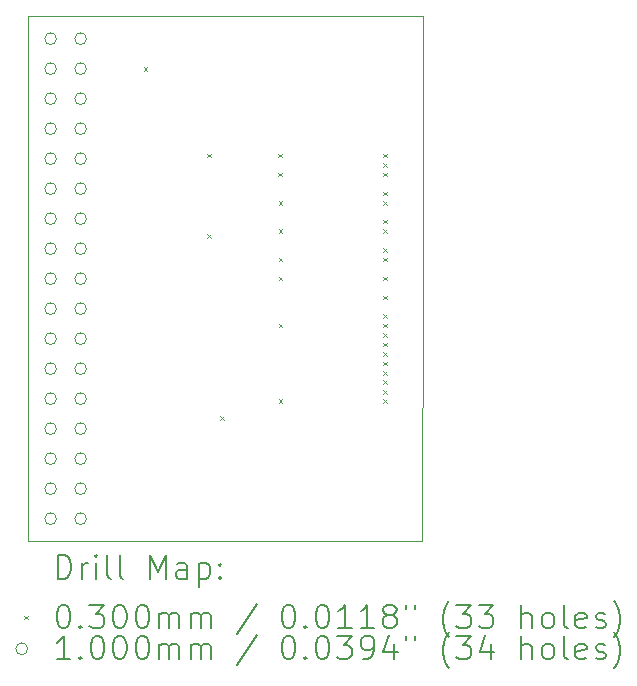
<source format=gbr>
%FSLAX45Y45*%
G04 Gerber Fmt 4.5, Leading zero omitted, Abs format (unit mm)*
G04 Created by KiCad (PCBNEW 6.0.1) date 2022-02-15 02:13:21*
%MOMM*%
%LPD*%
G01*
G04 APERTURE LIST*
%TA.AperFunction,Profile*%
%ADD10C,0.100000*%
%TD*%
%ADD11C,0.200000*%
%ADD12C,0.030000*%
%ADD13C,0.100000*%
G04 APERTURE END LIST*
D10*
X12010000Y-9679000D02*
X12010000Y-5266000D01*
X12010000Y-9708000D02*
X12010000Y-9679000D01*
X12065000Y-9708000D02*
X12010000Y-9708000D01*
X15347000Y-9711000D02*
X12065000Y-9708000D01*
X15347000Y-9637000D02*
X15347000Y-9711000D01*
X15350000Y-7525000D02*
X15347000Y-9637000D01*
X15349000Y-5937000D02*
X15350000Y-7525000D01*
X15349000Y-5577000D02*
X15349000Y-5937000D01*
X15349000Y-5266000D02*
X15349000Y-5577000D01*
X12132000Y-5266000D02*
X15349000Y-5266000D01*
X12010000Y-5266000D02*
X12132000Y-5266000D01*
D11*
D12*
X12989000Y-5694000D02*
X13019000Y-5724000D01*
X13019000Y-5694000D02*
X12989000Y-5724000D01*
X13527000Y-6429000D02*
X13557000Y-6459000D01*
X13557000Y-6429000D02*
X13527000Y-6459000D01*
X13527000Y-7108000D02*
X13557000Y-7138000D01*
X13557000Y-7108000D02*
X13527000Y-7138000D01*
X13638000Y-8651000D02*
X13668000Y-8681000D01*
X13668000Y-8651000D02*
X13638000Y-8681000D01*
X14129500Y-6429000D02*
X14159500Y-6459000D01*
X14159500Y-6429000D02*
X14129500Y-6459000D01*
X14129500Y-6588000D02*
X14159500Y-6618000D01*
X14159500Y-6588000D02*
X14129500Y-6618000D01*
X14130500Y-6829000D02*
X14160500Y-6859000D01*
X14160500Y-6829000D02*
X14130500Y-6859000D01*
X14130500Y-7309000D02*
X14160500Y-7339000D01*
X14160500Y-7309000D02*
X14130500Y-7339000D01*
X14130500Y-7869000D02*
X14160500Y-7899000D01*
X14160500Y-7869000D02*
X14130500Y-7899000D01*
X14131500Y-7069000D02*
X14161500Y-7099000D01*
X14161500Y-7069000D02*
X14131500Y-7099000D01*
X14131500Y-7469000D02*
X14161500Y-7499000D01*
X14161500Y-7469000D02*
X14131500Y-7499000D01*
X14131500Y-8509000D02*
X14161500Y-8539000D01*
X14161500Y-8509000D02*
X14131500Y-8539000D01*
X15015500Y-7789000D02*
X15045500Y-7819000D01*
X15045500Y-7789000D02*
X15015500Y-7819000D01*
X15016500Y-6429000D02*
X15046500Y-6459000D01*
X15046500Y-6429000D02*
X15016500Y-6459000D01*
X15016500Y-6589000D02*
X15046500Y-6619000D01*
X15046500Y-6589000D02*
X15016500Y-6619000D01*
X15016500Y-6829000D02*
X15046500Y-6859000D01*
X15046500Y-6829000D02*
X15016500Y-6859000D01*
X15016500Y-6989000D02*
X15046500Y-7019000D01*
X15046500Y-6989000D02*
X15016500Y-7019000D01*
X15016500Y-7069000D02*
X15046500Y-7099000D01*
X15046500Y-7069000D02*
X15016500Y-7099000D01*
X15016500Y-7229000D02*
X15046500Y-7259000D01*
X15046500Y-7229000D02*
X15016500Y-7259000D01*
X15016500Y-7309000D02*
X15046500Y-7339000D01*
X15046500Y-7309000D02*
X15016500Y-7339000D01*
X15016500Y-7469000D02*
X15046500Y-7499000D01*
X15046500Y-7469000D02*
X15016500Y-7499000D01*
X15016500Y-7629000D02*
X15046500Y-7659000D01*
X15046500Y-7629000D02*
X15016500Y-7659000D01*
X15016500Y-7869000D02*
X15046500Y-7899000D01*
X15046500Y-7869000D02*
X15016500Y-7899000D01*
X15016500Y-7949000D02*
X15046500Y-7979000D01*
X15046500Y-7949000D02*
X15016500Y-7979000D01*
X15016500Y-8029000D02*
X15046500Y-8059000D01*
X15046500Y-8029000D02*
X15016500Y-8059000D01*
X15016500Y-8109000D02*
X15046500Y-8139000D01*
X15046500Y-8109000D02*
X15016500Y-8139000D01*
X15016500Y-8189000D02*
X15046500Y-8219000D01*
X15046500Y-8189000D02*
X15016500Y-8219000D01*
X15016500Y-8269000D02*
X15046500Y-8299000D01*
X15046500Y-8269000D02*
X15016500Y-8299000D01*
X15016500Y-8348000D02*
X15046500Y-8378000D01*
X15046500Y-8348000D02*
X15016500Y-8378000D01*
X15016500Y-8429000D02*
X15046500Y-8459000D01*
X15046500Y-8429000D02*
X15016500Y-8459000D01*
X15016500Y-8509000D02*
X15046500Y-8539000D01*
X15046500Y-8509000D02*
X15016500Y-8539000D01*
X15017500Y-6509000D02*
X15047500Y-6539000D01*
X15047500Y-6509000D02*
X15017500Y-6539000D01*
X15017500Y-6749000D02*
X15047500Y-6779000D01*
X15047500Y-6749000D02*
X15017500Y-6779000D01*
D13*
X12250000Y-5455000D02*
G75*
G03*
X12250000Y-5455000I-50000J0D01*
G01*
X12250000Y-5709000D02*
G75*
G03*
X12250000Y-5709000I-50000J0D01*
G01*
X12250000Y-5963000D02*
G75*
G03*
X12250000Y-5963000I-50000J0D01*
G01*
X12250000Y-6217000D02*
G75*
G03*
X12250000Y-6217000I-50000J0D01*
G01*
X12250000Y-6471000D02*
G75*
G03*
X12250000Y-6471000I-50000J0D01*
G01*
X12250000Y-6725000D02*
G75*
G03*
X12250000Y-6725000I-50000J0D01*
G01*
X12250000Y-6979000D02*
G75*
G03*
X12250000Y-6979000I-50000J0D01*
G01*
X12250000Y-7233000D02*
G75*
G03*
X12250000Y-7233000I-50000J0D01*
G01*
X12250000Y-7487000D02*
G75*
G03*
X12250000Y-7487000I-50000J0D01*
G01*
X12250000Y-7741000D02*
G75*
G03*
X12250000Y-7741000I-50000J0D01*
G01*
X12250000Y-7995000D02*
G75*
G03*
X12250000Y-7995000I-50000J0D01*
G01*
X12250000Y-8249000D02*
G75*
G03*
X12250000Y-8249000I-50000J0D01*
G01*
X12250000Y-8503000D02*
G75*
G03*
X12250000Y-8503000I-50000J0D01*
G01*
X12250000Y-8757000D02*
G75*
G03*
X12250000Y-8757000I-50000J0D01*
G01*
X12250000Y-9011000D02*
G75*
G03*
X12250000Y-9011000I-50000J0D01*
G01*
X12250000Y-9265000D02*
G75*
G03*
X12250000Y-9265000I-50000J0D01*
G01*
X12250000Y-9519000D02*
G75*
G03*
X12250000Y-9519000I-50000J0D01*
G01*
X12504000Y-5455000D02*
G75*
G03*
X12504000Y-5455000I-50000J0D01*
G01*
X12504000Y-5709000D02*
G75*
G03*
X12504000Y-5709000I-50000J0D01*
G01*
X12504000Y-5963000D02*
G75*
G03*
X12504000Y-5963000I-50000J0D01*
G01*
X12504000Y-6217000D02*
G75*
G03*
X12504000Y-6217000I-50000J0D01*
G01*
X12504000Y-6471000D02*
G75*
G03*
X12504000Y-6471000I-50000J0D01*
G01*
X12504000Y-6725000D02*
G75*
G03*
X12504000Y-6725000I-50000J0D01*
G01*
X12504000Y-6979000D02*
G75*
G03*
X12504000Y-6979000I-50000J0D01*
G01*
X12504000Y-7233000D02*
G75*
G03*
X12504000Y-7233000I-50000J0D01*
G01*
X12504000Y-7487000D02*
G75*
G03*
X12504000Y-7487000I-50000J0D01*
G01*
X12504000Y-7741000D02*
G75*
G03*
X12504000Y-7741000I-50000J0D01*
G01*
X12504000Y-7995000D02*
G75*
G03*
X12504000Y-7995000I-50000J0D01*
G01*
X12504000Y-8249000D02*
G75*
G03*
X12504000Y-8249000I-50000J0D01*
G01*
X12504000Y-8503000D02*
G75*
G03*
X12504000Y-8503000I-50000J0D01*
G01*
X12504000Y-8757000D02*
G75*
G03*
X12504000Y-8757000I-50000J0D01*
G01*
X12504000Y-9011000D02*
G75*
G03*
X12504000Y-9011000I-50000J0D01*
G01*
X12504000Y-9265000D02*
G75*
G03*
X12504000Y-9265000I-50000J0D01*
G01*
X12504000Y-9519000D02*
G75*
G03*
X12504000Y-9519000I-50000J0D01*
G01*
D11*
X12262619Y-10026476D02*
X12262619Y-9826476D01*
X12310238Y-9826476D01*
X12338809Y-9836000D01*
X12357857Y-9855048D01*
X12367381Y-9874095D01*
X12376905Y-9912190D01*
X12376905Y-9940762D01*
X12367381Y-9978857D01*
X12357857Y-9997905D01*
X12338809Y-10016952D01*
X12310238Y-10026476D01*
X12262619Y-10026476D01*
X12462619Y-10026476D02*
X12462619Y-9893143D01*
X12462619Y-9931238D02*
X12472143Y-9912190D01*
X12481667Y-9902667D01*
X12500714Y-9893143D01*
X12519762Y-9893143D01*
X12586428Y-10026476D02*
X12586428Y-9893143D01*
X12586428Y-9826476D02*
X12576905Y-9836000D01*
X12586428Y-9845524D01*
X12595952Y-9836000D01*
X12586428Y-9826476D01*
X12586428Y-9845524D01*
X12710238Y-10026476D02*
X12691190Y-10016952D01*
X12681667Y-9997905D01*
X12681667Y-9826476D01*
X12815000Y-10026476D02*
X12795952Y-10016952D01*
X12786428Y-9997905D01*
X12786428Y-9826476D01*
X13043571Y-10026476D02*
X13043571Y-9826476D01*
X13110238Y-9969333D01*
X13176905Y-9826476D01*
X13176905Y-10026476D01*
X13357857Y-10026476D02*
X13357857Y-9921714D01*
X13348333Y-9902667D01*
X13329286Y-9893143D01*
X13291190Y-9893143D01*
X13272143Y-9902667D01*
X13357857Y-10016952D02*
X13338809Y-10026476D01*
X13291190Y-10026476D01*
X13272143Y-10016952D01*
X13262619Y-9997905D01*
X13262619Y-9978857D01*
X13272143Y-9959810D01*
X13291190Y-9950286D01*
X13338809Y-9950286D01*
X13357857Y-9940762D01*
X13453095Y-9893143D02*
X13453095Y-10093143D01*
X13453095Y-9902667D02*
X13472143Y-9893143D01*
X13510238Y-9893143D01*
X13529286Y-9902667D01*
X13538809Y-9912190D01*
X13548333Y-9931238D01*
X13548333Y-9988381D01*
X13538809Y-10007429D01*
X13529286Y-10016952D01*
X13510238Y-10026476D01*
X13472143Y-10026476D01*
X13453095Y-10016952D01*
X13634048Y-10007429D02*
X13643571Y-10016952D01*
X13634048Y-10026476D01*
X13624524Y-10016952D01*
X13634048Y-10007429D01*
X13634048Y-10026476D01*
X13634048Y-9902667D02*
X13643571Y-9912190D01*
X13634048Y-9921714D01*
X13624524Y-9912190D01*
X13634048Y-9902667D01*
X13634048Y-9921714D01*
D12*
X11975000Y-10341000D02*
X12005000Y-10371000D01*
X12005000Y-10341000D02*
X11975000Y-10371000D01*
D11*
X12300714Y-10246476D02*
X12319762Y-10246476D01*
X12338809Y-10256000D01*
X12348333Y-10265524D01*
X12357857Y-10284571D01*
X12367381Y-10322667D01*
X12367381Y-10370286D01*
X12357857Y-10408381D01*
X12348333Y-10427429D01*
X12338809Y-10436952D01*
X12319762Y-10446476D01*
X12300714Y-10446476D01*
X12281667Y-10436952D01*
X12272143Y-10427429D01*
X12262619Y-10408381D01*
X12253095Y-10370286D01*
X12253095Y-10322667D01*
X12262619Y-10284571D01*
X12272143Y-10265524D01*
X12281667Y-10256000D01*
X12300714Y-10246476D01*
X12453095Y-10427429D02*
X12462619Y-10436952D01*
X12453095Y-10446476D01*
X12443571Y-10436952D01*
X12453095Y-10427429D01*
X12453095Y-10446476D01*
X12529286Y-10246476D02*
X12653095Y-10246476D01*
X12586428Y-10322667D01*
X12615000Y-10322667D01*
X12634048Y-10332190D01*
X12643571Y-10341714D01*
X12653095Y-10360762D01*
X12653095Y-10408381D01*
X12643571Y-10427429D01*
X12634048Y-10436952D01*
X12615000Y-10446476D01*
X12557857Y-10446476D01*
X12538809Y-10436952D01*
X12529286Y-10427429D01*
X12776905Y-10246476D02*
X12795952Y-10246476D01*
X12815000Y-10256000D01*
X12824524Y-10265524D01*
X12834048Y-10284571D01*
X12843571Y-10322667D01*
X12843571Y-10370286D01*
X12834048Y-10408381D01*
X12824524Y-10427429D01*
X12815000Y-10436952D01*
X12795952Y-10446476D01*
X12776905Y-10446476D01*
X12757857Y-10436952D01*
X12748333Y-10427429D01*
X12738809Y-10408381D01*
X12729286Y-10370286D01*
X12729286Y-10322667D01*
X12738809Y-10284571D01*
X12748333Y-10265524D01*
X12757857Y-10256000D01*
X12776905Y-10246476D01*
X12967381Y-10246476D02*
X12986428Y-10246476D01*
X13005476Y-10256000D01*
X13015000Y-10265524D01*
X13024524Y-10284571D01*
X13034048Y-10322667D01*
X13034048Y-10370286D01*
X13024524Y-10408381D01*
X13015000Y-10427429D01*
X13005476Y-10436952D01*
X12986428Y-10446476D01*
X12967381Y-10446476D01*
X12948333Y-10436952D01*
X12938809Y-10427429D01*
X12929286Y-10408381D01*
X12919762Y-10370286D01*
X12919762Y-10322667D01*
X12929286Y-10284571D01*
X12938809Y-10265524D01*
X12948333Y-10256000D01*
X12967381Y-10246476D01*
X13119762Y-10446476D02*
X13119762Y-10313143D01*
X13119762Y-10332190D02*
X13129286Y-10322667D01*
X13148333Y-10313143D01*
X13176905Y-10313143D01*
X13195952Y-10322667D01*
X13205476Y-10341714D01*
X13205476Y-10446476D01*
X13205476Y-10341714D02*
X13215000Y-10322667D01*
X13234048Y-10313143D01*
X13262619Y-10313143D01*
X13281667Y-10322667D01*
X13291190Y-10341714D01*
X13291190Y-10446476D01*
X13386428Y-10446476D02*
X13386428Y-10313143D01*
X13386428Y-10332190D02*
X13395952Y-10322667D01*
X13415000Y-10313143D01*
X13443571Y-10313143D01*
X13462619Y-10322667D01*
X13472143Y-10341714D01*
X13472143Y-10446476D01*
X13472143Y-10341714D02*
X13481667Y-10322667D01*
X13500714Y-10313143D01*
X13529286Y-10313143D01*
X13548333Y-10322667D01*
X13557857Y-10341714D01*
X13557857Y-10446476D01*
X13948333Y-10236952D02*
X13776905Y-10494095D01*
X14205476Y-10246476D02*
X14224524Y-10246476D01*
X14243571Y-10256000D01*
X14253095Y-10265524D01*
X14262619Y-10284571D01*
X14272143Y-10322667D01*
X14272143Y-10370286D01*
X14262619Y-10408381D01*
X14253095Y-10427429D01*
X14243571Y-10436952D01*
X14224524Y-10446476D01*
X14205476Y-10446476D01*
X14186428Y-10436952D01*
X14176905Y-10427429D01*
X14167381Y-10408381D01*
X14157857Y-10370286D01*
X14157857Y-10322667D01*
X14167381Y-10284571D01*
X14176905Y-10265524D01*
X14186428Y-10256000D01*
X14205476Y-10246476D01*
X14357857Y-10427429D02*
X14367381Y-10436952D01*
X14357857Y-10446476D01*
X14348333Y-10436952D01*
X14357857Y-10427429D01*
X14357857Y-10446476D01*
X14491190Y-10246476D02*
X14510238Y-10246476D01*
X14529286Y-10256000D01*
X14538809Y-10265524D01*
X14548333Y-10284571D01*
X14557857Y-10322667D01*
X14557857Y-10370286D01*
X14548333Y-10408381D01*
X14538809Y-10427429D01*
X14529286Y-10436952D01*
X14510238Y-10446476D01*
X14491190Y-10446476D01*
X14472143Y-10436952D01*
X14462619Y-10427429D01*
X14453095Y-10408381D01*
X14443571Y-10370286D01*
X14443571Y-10322667D01*
X14453095Y-10284571D01*
X14462619Y-10265524D01*
X14472143Y-10256000D01*
X14491190Y-10246476D01*
X14748333Y-10446476D02*
X14634048Y-10446476D01*
X14691190Y-10446476D02*
X14691190Y-10246476D01*
X14672143Y-10275048D01*
X14653095Y-10294095D01*
X14634048Y-10303619D01*
X14938809Y-10446476D02*
X14824524Y-10446476D01*
X14881667Y-10446476D02*
X14881667Y-10246476D01*
X14862619Y-10275048D01*
X14843571Y-10294095D01*
X14824524Y-10303619D01*
X15053095Y-10332190D02*
X15034048Y-10322667D01*
X15024524Y-10313143D01*
X15015000Y-10294095D01*
X15015000Y-10284571D01*
X15024524Y-10265524D01*
X15034048Y-10256000D01*
X15053095Y-10246476D01*
X15091190Y-10246476D01*
X15110238Y-10256000D01*
X15119762Y-10265524D01*
X15129286Y-10284571D01*
X15129286Y-10294095D01*
X15119762Y-10313143D01*
X15110238Y-10322667D01*
X15091190Y-10332190D01*
X15053095Y-10332190D01*
X15034048Y-10341714D01*
X15024524Y-10351238D01*
X15015000Y-10370286D01*
X15015000Y-10408381D01*
X15024524Y-10427429D01*
X15034048Y-10436952D01*
X15053095Y-10446476D01*
X15091190Y-10446476D01*
X15110238Y-10436952D01*
X15119762Y-10427429D01*
X15129286Y-10408381D01*
X15129286Y-10370286D01*
X15119762Y-10351238D01*
X15110238Y-10341714D01*
X15091190Y-10332190D01*
X15205476Y-10246476D02*
X15205476Y-10284571D01*
X15281667Y-10246476D02*
X15281667Y-10284571D01*
X15576905Y-10522667D02*
X15567381Y-10513143D01*
X15548333Y-10484571D01*
X15538809Y-10465524D01*
X15529286Y-10436952D01*
X15519762Y-10389333D01*
X15519762Y-10351238D01*
X15529286Y-10303619D01*
X15538809Y-10275048D01*
X15548333Y-10256000D01*
X15567381Y-10227429D01*
X15576905Y-10217905D01*
X15634048Y-10246476D02*
X15757857Y-10246476D01*
X15691190Y-10322667D01*
X15719762Y-10322667D01*
X15738809Y-10332190D01*
X15748333Y-10341714D01*
X15757857Y-10360762D01*
X15757857Y-10408381D01*
X15748333Y-10427429D01*
X15738809Y-10436952D01*
X15719762Y-10446476D01*
X15662619Y-10446476D01*
X15643571Y-10436952D01*
X15634048Y-10427429D01*
X15824524Y-10246476D02*
X15948333Y-10246476D01*
X15881667Y-10322667D01*
X15910238Y-10322667D01*
X15929286Y-10332190D01*
X15938809Y-10341714D01*
X15948333Y-10360762D01*
X15948333Y-10408381D01*
X15938809Y-10427429D01*
X15929286Y-10436952D01*
X15910238Y-10446476D01*
X15853095Y-10446476D01*
X15834048Y-10436952D01*
X15824524Y-10427429D01*
X16186428Y-10446476D02*
X16186428Y-10246476D01*
X16272143Y-10446476D02*
X16272143Y-10341714D01*
X16262619Y-10322667D01*
X16243571Y-10313143D01*
X16215000Y-10313143D01*
X16195952Y-10322667D01*
X16186428Y-10332190D01*
X16395952Y-10446476D02*
X16376905Y-10436952D01*
X16367381Y-10427429D01*
X16357857Y-10408381D01*
X16357857Y-10351238D01*
X16367381Y-10332190D01*
X16376905Y-10322667D01*
X16395952Y-10313143D01*
X16424524Y-10313143D01*
X16443571Y-10322667D01*
X16453095Y-10332190D01*
X16462619Y-10351238D01*
X16462619Y-10408381D01*
X16453095Y-10427429D01*
X16443571Y-10436952D01*
X16424524Y-10446476D01*
X16395952Y-10446476D01*
X16576905Y-10446476D02*
X16557857Y-10436952D01*
X16548333Y-10417905D01*
X16548333Y-10246476D01*
X16729286Y-10436952D02*
X16710238Y-10446476D01*
X16672143Y-10446476D01*
X16653095Y-10436952D01*
X16643571Y-10417905D01*
X16643571Y-10341714D01*
X16653095Y-10322667D01*
X16672143Y-10313143D01*
X16710238Y-10313143D01*
X16729286Y-10322667D01*
X16738809Y-10341714D01*
X16738809Y-10360762D01*
X16643571Y-10379810D01*
X16815000Y-10436952D02*
X16834048Y-10446476D01*
X16872143Y-10446476D01*
X16891190Y-10436952D01*
X16900714Y-10417905D01*
X16900714Y-10408381D01*
X16891190Y-10389333D01*
X16872143Y-10379810D01*
X16843571Y-10379810D01*
X16824524Y-10370286D01*
X16815000Y-10351238D01*
X16815000Y-10341714D01*
X16824524Y-10322667D01*
X16843571Y-10313143D01*
X16872143Y-10313143D01*
X16891190Y-10322667D01*
X16967381Y-10522667D02*
X16976905Y-10513143D01*
X16995952Y-10484571D01*
X17005476Y-10465524D01*
X17015000Y-10436952D01*
X17024524Y-10389333D01*
X17024524Y-10351238D01*
X17015000Y-10303619D01*
X17005476Y-10275048D01*
X16995952Y-10256000D01*
X16976905Y-10227429D01*
X16967381Y-10217905D01*
D13*
X12005000Y-10620000D02*
G75*
G03*
X12005000Y-10620000I-50000J0D01*
G01*
D11*
X12367381Y-10710476D02*
X12253095Y-10710476D01*
X12310238Y-10710476D02*
X12310238Y-10510476D01*
X12291190Y-10539048D01*
X12272143Y-10558095D01*
X12253095Y-10567619D01*
X12453095Y-10691429D02*
X12462619Y-10700952D01*
X12453095Y-10710476D01*
X12443571Y-10700952D01*
X12453095Y-10691429D01*
X12453095Y-10710476D01*
X12586428Y-10510476D02*
X12605476Y-10510476D01*
X12624524Y-10520000D01*
X12634048Y-10529524D01*
X12643571Y-10548571D01*
X12653095Y-10586667D01*
X12653095Y-10634286D01*
X12643571Y-10672381D01*
X12634048Y-10691429D01*
X12624524Y-10700952D01*
X12605476Y-10710476D01*
X12586428Y-10710476D01*
X12567381Y-10700952D01*
X12557857Y-10691429D01*
X12548333Y-10672381D01*
X12538809Y-10634286D01*
X12538809Y-10586667D01*
X12548333Y-10548571D01*
X12557857Y-10529524D01*
X12567381Y-10520000D01*
X12586428Y-10510476D01*
X12776905Y-10510476D02*
X12795952Y-10510476D01*
X12815000Y-10520000D01*
X12824524Y-10529524D01*
X12834048Y-10548571D01*
X12843571Y-10586667D01*
X12843571Y-10634286D01*
X12834048Y-10672381D01*
X12824524Y-10691429D01*
X12815000Y-10700952D01*
X12795952Y-10710476D01*
X12776905Y-10710476D01*
X12757857Y-10700952D01*
X12748333Y-10691429D01*
X12738809Y-10672381D01*
X12729286Y-10634286D01*
X12729286Y-10586667D01*
X12738809Y-10548571D01*
X12748333Y-10529524D01*
X12757857Y-10520000D01*
X12776905Y-10510476D01*
X12967381Y-10510476D02*
X12986428Y-10510476D01*
X13005476Y-10520000D01*
X13015000Y-10529524D01*
X13024524Y-10548571D01*
X13034048Y-10586667D01*
X13034048Y-10634286D01*
X13024524Y-10672381D01*
X13015000Y-10691429D01*
X13005476Y-10700952D01*
X12986428Y-10710476D01*
X12967381Y-10710476D01*
X12948333Y-10700952D01*
X12938809Y-10691429D01*
X12929286Y-10672381D01*
X12919762Y-10634286D01*
X12919762Y-10586667D01*
X12929286Y-10548571D01*
X12938809Y-10529524D01*
X12948333Y-10520000D01*
X12967381Y-10510476D01*
X13119762Y-10710476D02*
X13119762Y-10577143D01*
X13119762Y-10596190D02*
X13129286Y-10586667D01*
X13148333Y-10577143D01*
X13176905Y-10577143D01*
X13195952Y-10586667D01*
X13205476Y-10605714D01*
X13205476Y-10710476D01*
X13205476Y-10605714D02*
X13215000Y-10586667D01*
X13234048Y-10577143D01*
X13262619Y-10577143D01*
X13281667Y-10586667D01*
X13291190Y-10605714D01*
X13291190Y-10710476D01*
X13386428Y-10710476D02*
X13386428Y-10577143D01*
X13386428Y-10596190D02*
X13395952Y-10586667D01*
X13415000Y-10577143D01*
X13443571Y-10577143D01*
X13462619Y-10586667D01*
X13472143Y-10605714D01*
X13472143Y-10710476D01*
X13472143Y-10605714D02*
X13481667Y-10586667D01*
X13500714Y-10577143D01*
X13529286Y-10577143D01*
X13548333Y-10586667D01*
X13557857Y-10605714D01*
X13557857Y-10710476D01*
X13948333Y-10500952D02*
X13776905Y-10758095D01*
X14205476Y-10510476D02*
X14224524Y-10510476D01*
X14243571Y-10520000D01*
X14253095Y-10529524D01*
X14262619Y-10548571D01*
X14272143Y-10586667D01*
X14272143Y-10634286D01*
X14262619Y-10672381D01*
X14253095Y-10691429D01*
X14243571Y-10700952D01*
X14224524Y-10710476D01*
X14205476Y-10710476D01*
X14186428Y-10700952D01*
X14176905Y-10691429D01*
X14167381Y-10672381D01*
X14157857Y-10634286D01*
X14157857Y-10586667D01*
X14167381Y-10548571D01*
X14176905Y-10529524D01*
X14186428Y-10520000D01*
X14205476Y-10510476D01*
X14357857Y-10691429D02*
X14367381Y-10700952D01*
X14357857Y-10710476D01*
X14348333Y-10700952D01*
X14357857Y-10691429D01*
X14357857Y-10710476D01*
X14491190Y-10510476D02*
X14510238Y-10510476D01*
X14529286Y-10520000D01*
X14538809Y-10529524D01*
X14548333Y-10548571D01*
X14557857Y-10586667D01*
X14557857Y-10634286D01*
X14548333Y-10672381D01*
X14538809Y-10691429D01*
X14529286Y-10700952D01*
X14510238Y-10710476D01*
X14491190Y-10710476D01*
X14472143Y-10700952D01*
X14462619Y-10691429D01*
X14453095Y-10672381D01*
X14443571Y-10634286D01*
X14443571Y-10586667D01*
X14453095Y-10548571D01*
X14462619Y-10529524D01*
X14472143Y-10520000D01*
X14491190Y-10510476D01*
X14624524Y-10510476D02*
X14748333Y-10510476D01*
X14681667Y-10586667D01*
X14710238Y-10586667D01*
X14729286Y-10596190D01*
X14738809Y-10605714D01*
X14748333Y-10624762D01*
X14748333Y-10672381D01*
X14738809Y-10691429D01*
X14729286Y-10700952D01*
X14710238Y-10710476D01*
X14653095Y-10710476D01*
X14634048Y-10700952D01*
X14624524Y-10691429D01*
X14843571Y-10710476D02*
X14881667Y-10710476D01*
X14900714Y-10700952D01*
X14910238Y-10691429D01*
X14929286Y-10662857D01*
X14938809Y-10624762D01*
X14938809Y-10548571D01*
X14929286Y-10529524D01*
X14919762Y-10520000D01*
X14900714Y-10510476D01*
X14862619Y-10510476D01*
X14843571Y-10520000D01*
X14834048Y-10529524D01*
X14824524Y-10548571D01*
X14824524Y-10596190D01*
X14834048Y-10615238D01*
X14843571Y-10624762D01*
X14862619Y-10634286D01*
X14900714Y-10634286D01*
X14919762Y-10624762D01*
X14929286Y-10615238D01*
X14938809Y-10596190D01*
X15110238Y-10577143D02*
X15110238Y-10710476D01*
X15062619Y-10500952D02*
X15015000Y-10643810D01*
X15138809Y-10643810D01*
X15205476Y-10510476D02*
X15205476Y-10548571D01*
X15281667Y-10510476D02*
X15281667Y-10548571D01*
X15576905Y-10786667D02*
X15567381Y-10777143D01*
X15548333Y-10748571D01*
X15538809Y-10729524D01*
X15529286Y-10700952D01*
X15519762Y-10653333D01*
X15519762Y-10615238D01*
X15529286Y-10567619D01*
X15538809Y-10539048D01*
X15548333Y-10520000D01*
X15567381Y-10491429D01*
X15576905Y-10481905D01*
X15634048Y-10510476D02*
X15757857Y-10510476D01*
X15691190Y-10586667D01*
X15719762Y-10586667D01*
X15738809Y-10596190D01*
X15748333Y-10605714D01*
X15757857Y-10624762D01*
X15757857Y-10672381D01*
X15748333Y-10691429D01*
X15738809Y-10700952D01*
X15719762Y-10710476D01*
X15662619Y-10710476D01*
X15643571Y-10700952D01*
X15634048Y-10691429D01*
X15929286Y-10577143D02*
X15929286Y-10710476D01*
X15881667Y-10500952D02*
X15834048Y-10643810D01*
X15957857Y-10643810D01*
X16186428Y-10710476D02*
X16186428Y-10510476D01*
X16272143Y-10710476D02*
X16272143Y-10605714D01*
X16262619Y-10586667D01*
X16243571Y-10577143D01*
X16215000Y-10577143D01*
X16195952Y-10586667D01*
X16186428Y-10596190D01*
X16395952Y-10710476D02*
X16376905Y-10700952D01*
X16367381Y-10691429D01*
X16357857Y-10672381D01*
X16357857Y-10615238D01*
X16367381Y-10596190D01*
X16376905Y-10586667D01*
X16395952Y-10577143D01*
X16424524Y-10577143D01*
X16443571Y-10586667D01*
X16453095Y-10596190D01*
X16462619Y-10615238D01*
X16462619Y-10672381D01*
X16453095Y-10691429D01*
X16443571Y-10700952D01*
X16424524Y-10710476D01*
X16395952Y-10710476D01*
X16576905Y-10710476D02*
X16557857Y-10700952D01*
X16548333Y-10681905D01*
X16548333Y-10510476D01*
X16729286Y-10700952D02*
X16710238Y-10710476D01*
X16672143Y-10710476D01*
X16653095Y-10700952D01*
X16643571Y-10681905D01*
X16643571Y-10605714D01*
X16653095Y-10586667D01*
X16672143Y-10577143D01*
X16710238Y-10577143D01*
X16729286Y-10586667D01*
X16738809Y-10605714D01*
X16738809Y-10624762D01*
X16643571Y-10643810D01*
X16815000Y-10700952D02*
X16834048Y-10710476D01*
X16872143Y-10710476D01*
X16891190Y-10700952D01*
X16900714Y-10681905D01*
X16900714Y-10672381D01*
X16891190Y-10653333D01*
X16872143Y-10643810D01*
X16843571Y-10643810D01*
X16824524Y-10634286D01*
X16815000Y-10615238D01*
X16815000Y-10605714D01*
X16824524Y-10586667D01*
X16843571Y-10577143D01*
X16872143Y-10577143D01*
X16891190Y-10586667D01*
X16967381Y-10786667D02*
X16976905Y-10777143D01*
X16995952Y-10748571D01*
X17005476Y-10729524D01*
X17015000Y-10700952D01*
X17024524Y-10653333D01*
X17024524Y-10615238D01*
X17015000Y-10567619D01*
X17005476Y-10539048D01*
X16995952Y-10520000D01*
X16976905Y-10491429D01*
X16967381Y-10481905D01*
M02*

</source>
